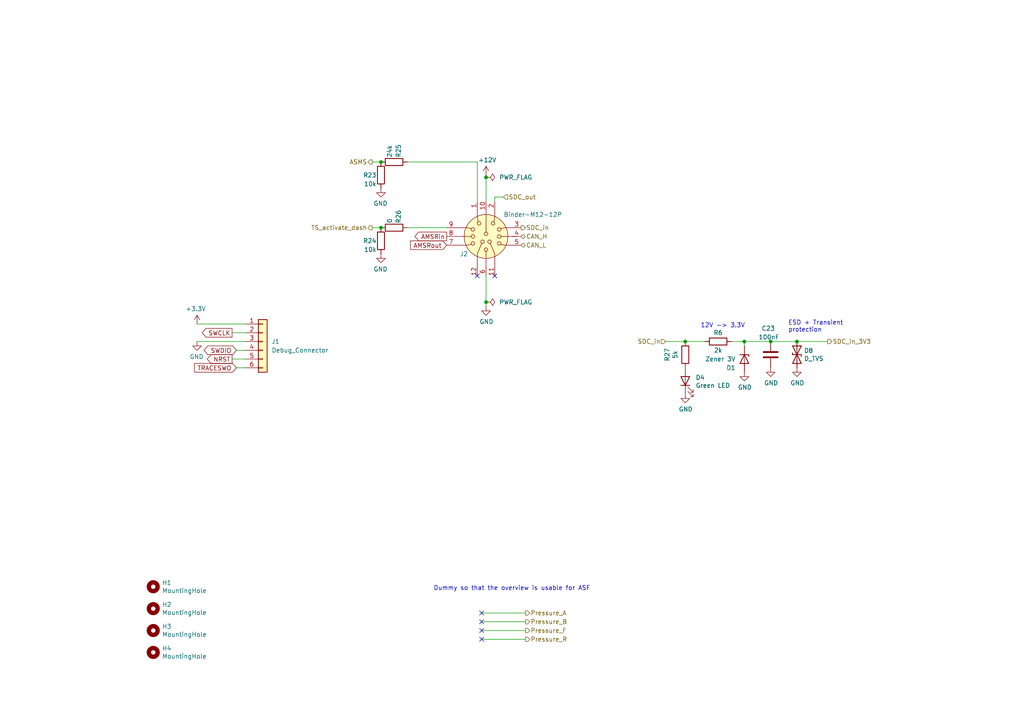
<source format=kicad_sch>
(kicad_sch (version 20211123) (generator eeschema)
  (paper "A4")
  (title_block (title "SDCL - Connections") (date "2021-12-16") (rev "v1.0") (company "FaSTTUBe - Formula Student Team TU Berlin") (comment 1 "Car 113") (comment 2 "EBS Electronics") (comment 3 "Electrical connections: Power, Programming, Buttons, CAN, SDC"))
  (lib_symbols
    (symbol "Connector_Generic:Conn_01x06" (pin_names (offset 1.016) hide)
      (property "Reference" "J" (at 0 7.62 0))
      (property "Value" "Conn_01x06" (at 0 -10.16 0))
      (symbol "Conn_01x06_1_1"
        (rectangle (start -1.27 -7.493) (end 0 -7.747) (stroke (width 0.1524)))
        (rectangle (start -1.27 -4.953) (end 0 -5.207) (stroke (width 0.1524)))
        (rectangle (start -1.27 -2.413) (end 0 -2.667) (stroke (width 0.1524)))
        (rectangle (start -1.27 0.127) (end 0 -0.127) (stroke (width 0.1524)))
        (rectangle (start -1.27 2.667) (end 0 2.413) (stroke (width 0.1524)))
        (rectangle (start -1.27 5.207) (end 0 4.953) (stroke (width 0.1524)))
        (rectangle (start -1.27 6.35) (end 1.27 -8.89) (stroke (width 0.254)) (fill (type background)))
        (pin passive line (at -5.08 5.08 0) (length 3.81) (name "Pin_1") (number "1"))
        (pin passive line (at -5.08 2.54 0) (length 3.81) (name "Pin_2") (number "2"))
        (pin passive line (at -5.08 0 0) (length 3.81) (name "Pin_3") (number "3"))
        (pin passive line (at -5.08 -2.54 0) (length 3.81) (name "Pin_4") (number "4"))
        (pin passive line (at -5.08 -5.08 0) (length 3.81) (name "Pin_5") (number "5"))
        (pin passive line (at -5.08 -7.62 0) (length 3.81) (name "Pin_6") (number "6"))
      )
    )
    (symbol "Custom:Binder-M12-12P" (pin_names (offset 1.016))
      (property "Reference" "J" (at -6.985 -5.715 0))
      (property "Value" "Binder-M12-12P" (at 4.572 6.858 0))
      (symbol "Binder-M12-12P_0_1"
        (circle (center -3.81 2.032) (radius 0.508))
        (circle (center -1.016 -1.524) (radius 0.508))
        (circle (center 0 -3.81) (radius 0.508))
        (polyline (pts (xy -8.89 -2.54) (xy -6.35 -2.54)))
        (polyline (pts (xy -8.89 2.54) (xy -6.35 2.54)))
        (polyline (pts (xy -2.54 -5.08) (xy -2.54 -8.89)))
        (polyline (pts (xy -2.54 6.35) (xy -2.54 7.62)))
        (polyline (pts (xy -1.2446 -1.9558) (xy -2.54 -5.08)))
        (polyline (pts (xy 0 -4.318) (xy 0 -8.89)))
        (polyline (pts (xy 0 2.54) (xy 0 1.27)))
        (polyline (pts (xy 0 2.54) (xy 0 7.62)))
        (polyline (pts (xy 1.2192 -1.9812) (xy 2.54 -5.08)))
        (polyline (pts (xy 2.54 -5.08) (xy 2.54 -8.89)))
        (polyline (pts (xy 2.54 6.35) (xy 2.54 7.62)))
        (polyline (pts (xy 6.35 -2.54) (xy 7.62 -2.54)))
        (polyline (pts (xy 6.35 2.54) (xy 7.62 2.54)))
        (polyline (pts (xy -6.35 2.54) (xy -5.588 2.54) (xy -4.318 2.286)))
        (polyline (pts (xy 6.35 2.54) (xy 5.588 2.54) (xy 4.318 2.286)))
        (circle (center 0 0) (radius 6.35) (fill (type background)))
        (circle (center 0 0.762) (radius 0.508))
        (circle (center 1.016 -1.524) (radius 0.508))
        (circle (center 3.81 2.032) (radius 0.508))
      )
      (symbol "Binder-M12-12P_1_1"
        (circle (center -3.81 -2.032) (radius 0.508))
        (circle (center -3.81 0) (radius 0.508))
        (circle (center -2.032 3.81) (radius 0.508))
        (polyline (pts (xy -4.318 0) (xy -8.89 0)))
        (polyline (pts (xy 4.318 0) (xy 8.89 0)))
        (polyline (pts (xy -6.35 -2.54) (xy -5.588 -2.54) (xy -4.318 -2.286)))
        (polyline (pts (xy -2.54 6.35) (xy -2.54 5.588) (xy -2.286 4.318)))
        (polyline (pts (xy 2.54 6.35) (xy 2.54 5.588) (xy 2.286 4.318)))
        (polyline (pts (xy 6.35 -2.54) (xy 5.588 -2.54) (xy 4.318 -2.286)))
        (circle (center 2.032 3.81) (radius 0.508))
        (circle (center 3.81 -2.032) (radius 0.508))
        (circle (center 3.81 0) (radius 0.508))
        (pin passive line (at -2.54 10.16 270) (length 2.54) (name "~") (number "1"))
        (pin passive line (at 0 10.16 270) (length 2.54) (name "~") (number "10"))
        (pin passive line (at 2.54 -11.43 90) (length 2.54) (name "~") (number "11"))
        (pin passive line (at -2.54 -11.43 90) (length 2.54) (name "~") (number "12"))
        (pin passive line (at 2.54 10.16 270) (length 2.54) (name "~") (number "2"))
        (pin passive line (at 10.16 2.54 180) (length 2.54) (name "~") (number "3"))
        (pin passive line (at 10.16 0 180) (length 2.54) (name "~") (number "4"))
        (pin passive line (at 10.16 -2.54 180) (length 2.54) (name "~") (number "5"))
        (pin passive line (at 0 -11.43 90) (length 2.54) (name "~") (number "6"))
        (pin passive line (at -11.43 -2.54 0) (length 2.54) (name "~") (number "7"))
        (pin passive line (at -11.43 0 0) (length 2.54) (name "~") (number "8"))
        (pin passive line (at -11.43 2.54 0) (length 2.54) (name "~") (number "9"))
      )
    )
    (symbol "Device:C" (pin_numbers hide) (pin_names (offset 0.254))
      (property "Reference" "C" (at 0.635 2.54 0))
      (property "Value" "C" (at 0.635 -2.54 0))
      (symbol "C_0_1"
        (polyline (pts (xy -2.032 -0.762) (xy 2.032 -0.762)) (stroke (width 0.508)))
        (polyline (pts (xy -2.032 0.762) (xy 2.032 0.762)) (stroke (width 0.508)))
      )
      (symbol "C_1_1"
        (pin passive line (at 0 3.81 270) (length 2.794) (name "~") (number "1"))
        (pin passive line (at 0 -3.81 90) (length 2.794) (name "~") (number "2"))
      )
    )
    (symbol "Device:D_TVS" (pin_numbers hide) (pin_names (offset 1.016) hide)
      (property "Reference" "D" (at 0 2.54 0))
      (property "Value" "D_TVS" (at 0 -2.54 0))
      (symbol "D_TVS_0_1"
        (polyline (pts (xy 1.27 0) (xy -1.27 0)))
        (polyline (pts (xy 0.508 1.27) (xy 0 1.27) (xy 0 -1.27) (xy -0.508 -1.27)) (stroke (width 0.254)))
        (polyline (pts (xy -2.54 1.27) (xy -2.54 -1.27) (xy 2.54 1.27) (xy 2.54 -1.27) (xy -2.54 1.27)) (stroke (width 0.254)))
      )
      (symbol "D_TVS_1_1"
        (pin passive line (at -3.81 0 0) (length 2.54) (name "A1") (number "1"))
        (pin passive line (at 3.81 0 180) (length 2.54) (name "A2") (number "2"))
      )
    )
    (symbol "Device:D_Zener" (pin_numbers hide) (pin_names (offset 1.016) hide)
      (property "Reference" "D" (at 0 2.54 0))
      (property "Value" "D_Zener" (at 0 -2.54 0))
      (symbol "D_Zener_0_1"
        (polyline (pts (xy 1.27 0) (xy -1.27 0)))
        (polyline (pts (xy -1.27 -1.27) (xy -1.27 1.27) (xy -0.762 1.27)) (stroke (width 0.254)))
        (polyline (pts (xy 1.27 -1.27) (xy 1.27 1.27) (xy -1.27 0) (xy 1.27 -1.27)) (stroke (width 0.254)))
      )
      (symbol "D_Zener_1_1"
        (pin passive line (at -3.81 0 0) (length 2.54) (name "K") (number "1"))
        (pin passive line (at 3.81 0 180) (length 2.54) (name "A") (number "2"))
      )
    )
    (symbol "Device:LED" (pin_numbers hide) (pin_names (offset 1.016) hide)
      (property "Reference" "D" (at 0 2.54 0))
      (property "Value" "LED" (at 0 -2.54 0))
      (symbol "LED_0_1"
        (polyline (pts (xy -1.27 -1.27) (xy -1.27 1.27)) (stroke (width 0.254)))
        (polyline (pts (xy -1.27 0) (xy 1.27 0)))
        (polyline (pts (xy 1.27 -1.27) (xy 1.27 1.27) (xy -1.27 0) (xy 1.27 -1.27)) (stroke (width 0.254)))
        (polyline (pts (xy -3.048 -0.762) (xy -4.572 -2.286) (xy -3.81 -2.286) (xy -4.572 -2.286) (xy -4.572 -1.524)))
        (polyline (pts (xy -1.778 -0.762) (xy -3.302 -2.286) (xy -2.54 -2.286) (xy -3.302 -2.286) (xy -3.302 -1.524)))
      )
      (symbol "LED_1_1"
        (pin passive line (at -3.81 0 0) (length 2.54) (name "K") (number "1"))
        (pin passive line (at 3.81 0 180) (length 2.54) (name "A") (number "2"))
      )
    )
    (symbol "Device:R" (pin_numbers hide) (pin_names (offset 0))
      (property "Reference" "R" (at 2.032 0 90))
      (property "Value" "R" (at 0 0 90))
      (symbol "R_0_1"
        (rectangle (start -1.016 -2.54) (end 1.016 2.54) (stroke (width 0.254)))
      )
      (symbol "R_1_1"
        (pin passive line (at 0 3.81 270) (length 1.27) (name "~") (number "1"))
        (pin passive line (at 0 -3.81 90) (length 1.27) (name "~") (number "2"))
      )
    )
    (symbol "Mechanical:MountingHole" (pin_names (offset 1.016))
      (property "Reference" "H" (at 0 5.08 0))
      (property "Value" "MountingHole" (at 0 3.175 0))
      (symbol "MountingHole_0_1"
        (circle (center 0 0) (radius 1.27) (stroke (width 1.27)))
      )
    )
    (symbol "power:+12V" (power) (pin_names (offset 0))
      (property "Value" "+12V" (at 0 3.556 0))
      (symbol "+12V_0_1"
        (polyline (pts (xy -0.762 1.27) (xy 0 2.54)))
        (polyline (pts (xy 0 0) (xy 0 2.54)))
        (polyline (pts (xy 0 2.54) (xy 0.762 1.27)))
      )
      (symbol "+12V_1_1"
        (pin power_in line (at 0 0 90) (length 0) hide (name "+12V") (number "1"))
      )
    )
    (symbol "power:+3.3V" (power) (pin_names (offset 0))
      (property "Value" "+3.3V" (at 0 3.556 0))
      (symbol "+3.3V_0_1"
        (polyline (pts (xy -0.762 1.27) (xy 0 2.54)))
        (polyline (pts (xy 0 0) (xy 0 2.54)))
        (polyline (pts (xy 0 2.54) (xy 0.762 1.27)))
      )
      (symbol "+3.3V_1_1"
        (pin power_in line (at 0 0 90) (length 0) hide (name "+3.3V") (number "1"))
      )
    )
    (symbol "power:GND" (power) (pin_names (offset 0))
      (property "Value" "GND" (at 0 -3.81 0))
      (symbol "GND_0_1"
        (polyline (pts (xy 0 0) (xy 0 -1.27) (xy 1.27 -1.27) (xy 0 -2.54) (xy -1.27 -1.27) (xy 0 -1.27)))
      )
      (symbol "GND_1_1"
        (pin power_in line (at 0 0 270) (length 0) hide (name "GND") (number "1"))
      )
    )
    (symbol "power:PWR_FLAG" (power) (pin_numbers hide) (pin_names (offset 0) hide)
      (property "Value" "PWR_FLAG" (at 0 3.81 0))
      (symbol "PWR_FLAG_0_0"
        (pin power_out line (at 0 0 90) (length 0) (name "pwr") (number "1"))
      )
      (symbol "PWR_FLAG_0_1"
        (polyline (pts (xy 0 0) (xy 0 1.27) (xy -1.016 1.905) (xy 0 2.54) (xy 1.016 1.905) (xy 0 1.27)))
      )
    )
  )
  (junction (at 215.9 99.06))
  (junction (at 231.14 99.06))
  (junction (at 110.49 66.04))
  (junction (at 140.97 51.435))
  (junction (at 110.49 46.99))
  (junction (at 198.755 99.06))
  (junction (at 223.52 99.06))
  (junction (at 140.97 87.63))
  (no_connect (at 139.7 185.42))
  (no_connect (at 139.7 180.34))
  (no_connect (at 139.7 177.8))
  (no_connect (at 139.7 182.88))
  (no_connect (at 143.51 80.01))
  (no_connect (at 138.43 80.01))
  (wire (pts (xy 140.97 87.63) (xy 140.97 88.9)))
  (wire (pts (xy 68.58 101.6) (xy 71.12 101.6)))
  (wire (pts (xy 68.58 106.68) (xy 71.12 106.68)))
  (wire (pts (xy 215.9 99.06) (xy 223.52 99.06)))
  (wire (pts (xy 67.31 104.14) (xy 71.12 104.14)))
  (wire (pts (xy 215.9 100.33) (xy 215.9 99.06)))
  (wire (pts (xy 223.52 99.06) (xy 231.14 99.06)))
  (wire (pts (xy 118.11 46.99) (xy 138.43 46.99)))
  (wire (pts (xy 107.95 66.04) (xy 110.49 66.04)))
  (wire (pts (xy 198.755 99.06) (xy 204.47 99.06)))
  (wire (pts (xy 57.15 93.98) (xy 71.12 93.98)))
  (wire (pts (xy 139.7 177.8) (xy 152.4 177.8)))
  (wire (pts (xy 193.04 99.06) (xy 198.755 99.06)))
  (wire (pts (xy 140.97 80.01) (xy 140.97 87.63)))
  (wire (pts (xy 143.51 57.15) (xy 146.05 57.15)))
  (wire (pts (xy 57.15 99.06) (xy 71.12 99.06)))
  (wire (pts (xy 118.11 66.04) (xy 129.54 66.04)))
  (wire (pts (xy 143.51 58.42) (xy 143.51 57.15)))
  (wire (pts (xy 138.43 46.99) (xy 138.43 58.42)))
  (wire (pts (xy 107.95 46.99) (xy 110.49 46.99)))
  (wire (pts (xy 140.97 50.8) (xy 140.97 51.435)))
  (wire (pts (xy 139.7 185.42) (xy 152.4 185.42)))
  (wire (pts (xy 139.7 180.34) (xy 152.4 180.34)))
  (wire (pts (xy 67.31 96.52) (xy 71.12 96.52)))
  (wire (pts (xy 231.14 99.06) (xy 240.03 99.06)))
  (wire (pts (xy 212.09 99.06) (xy 215.9 99.06)))
  (wire (pts (xy 140.97 51.435) (xy 140.97 58.42)))
  (wire (pts (xy 139.7 182.88) (xy 152.4 182.88)))
  (text "Dummy so that the overview is usable for ASF" (at 125.73 171.45 0) (effects (font (size 1.27 1.27)) (justify left bottom)))
  (text "12V -> 3.3V" (at 203.2 95.25 0) (effects (font (size 1.27 1.27)) (justify left bottom)))
  (text "ESD + Transient\nprotection" (at 228.6 96.52 0) (effects (font (size 1.27 1.27)) (justify left bottom)))
  (global_label "AMSRin" (shape output) (at 129.54 68.58 180) (property "Intersheet References" "${INTERSHEET_REFS}" (effects hide)))
  (global_label "AMSRout" (shape input) (at 129.54 71.12 180) (property "Intersheet References" "${INTERSHEET_REFS}" (effects hide)))
  (global_label "TRACESWO" (shape input) (at 68.58 106.68 180) (property "Intersheet References" "${INTERSHEET_REFS}" (effects hide)))
  (global_label "NRST" (shape output) (at 67.31 104.14 180) (property "Intersheet References" "${INTERSHEET_REFS}" (effects hide)))
  (global_label "SWCLK" (shape output) (at 67.31 96.52 180) (property "Intersheet References" "${INTERSHEET_REFS}" (effects hide)))
  (global_label "SWDIO" (shape bidirectional) (at 68.58 101.6 180) (property "Intersheet References" "${INTERSHEET_REFS}" (effects hide)))
  (hierarchical_label "SDC_in_3V3" (shape output) (at 240.03 99.06 0))
  (hierarchical_label "Pressure_R" (shape output) (at 152.4 185.42 0))
  (hierarchical_label "SDC_out" (shape input) (at 146.05 57.15 0))
  (hierarchical_label "TS_activate_dash" (shape output) (at 107.95 66.04 180))
  (hierarchical_label "Pressure_B" (shape output) (at 152.4 180.34 0))
  (hierarchical_label "ASMS" (shape output) (at 107.95 46.99 180))
  (hierarchical_label "SDC_in" (shape output) (at 151.13 66.04 0))
  (hierarchical_label "CAN_H" (shape bidirectional) (at 151.13 68.58 0))
  (hierarchical_label "Pressure_F" (shape output) (at 152.4 182.88 0))
  (hierarchical_label "SDC_in" (shape input) (at 193.04 99.06 180))
  (hierarchical_label "CAN_L" (shape bidirectional) (at 151.13 71.12 0))
  (hierarchical_label "Pressure_A" (shape output) (at 152.4 177.8 0))
  (symbol (lib_id "Device:R") (at 208.28 99.06 90) (mirror x) (unit 1)
    (property "Reference" "R6" (at 208.28 96.52 90))
    (property "Value" "2k" (at 208.28 101.6 90))
    (property "Footprint" "Resistor_SMD:R_0603_1608Metric_Pad0.98x0.95mm_HandSolder" (effects hide))
  )
  (symbol (lib_id "power:GND") (at 215.9 107.95 0) (unit 1)
    (property "Reference" "#PWR0101" (effects hide))
    (property "Value" "GND" (at 216.027 112.3442 0))
  )
  (symbol (lib_id "power:GND") (at 231.14 106.68 0) (unit 1)
    (property "Reference" "#PWR0102" (effects hide))
    (property "Value" "GND" (at 231.267 111.0742 0))
  )
  (symbol (lib_id "Device:C") (at 223.52 102.87 180) (unit 1)
    (property "Reference" "C23" (at 224.79 95.25 0) (effects (justify left)))
    (property "Value" "100nF" (at 226.06 97.79 0) (effects (justify left)))
    (property "Footprint" "Capacitor_SMD:C_0603_1608Metric_Pad1.08x0.95mm_HandSolder" (effects hide))
  )
  (symbol (lib_id "power:GND") (at 223.52 106.68 0) (unit 1)
    (property "Reference" "#PWR0104" (effects hide))
    (property "Value" "GND" (at 223.647 111.0742 0))
  )
  (symbol (lib_id "Device:D_TVS") (at 231.14 102.87 270) (unit 1)
    (property "Reference" "D8" (at 233.172 101.7016 90) (effects (justify left)))
    (property "Value" "D_TVS" (at 233.172 104.013 90) (effects (justify left)))
    (property "Footprint" "Diode_SMD:D_SOD-323_HandSoldering" (effects hide))
  )
  (symbol (lib_id "Mechanical:MountingHole") (at 44.45 170.18 0) (unit 1)
    (property "Reference" "H1" (at 46.99 169.0116 0) (effects (justify left)))
    (property "Value" "MountingHole" (at 46.99 171.323 0) (effects (justify left)))
    (property "Footprint" "MountingHole:MountingHole_3.2mm_M3" (effects hide))
  )
  (symbol (lib_id "Mechanical:MountingHole") (at 44.45 176.53 0) (unit 1)
    (property "Reference" "H2" (at 46.99 175.3616 0) (effects (justify left)))
    (property "Value" "MountingHole" (at 46.99 177.673 0) (effects (justify left)))
    (property "Footprint" "MountingHole:MountingHole_3.2mm_M3" (effects hide))
  )
  (symbol (lib_id "Mechanical:MountingHole") (at 44.45 182.88 0) (unit 1)
    (property "Reference" "H3" (at 46.99 181.7116 0) (effects (justify left)))
    (property "Value" "MountingHole" (at 46.99 184.023 0) (effects (justify left)))
    (property "Footprint" "MountingHole:MountingHole_3.2mm_M3" (effects hide))
  )
  (symbol (lib_id "power:+12V") (at 140.97 50.8 0) (unit 1)
    (property "Reference" "#PWR0106" (effects hide))
    (property "Value" "+12V" (at 141.351 46.4058 0))
  )
  (symbol (lib_id "power:+3.3V") (at 57.15 93.98 0) (mirror y) (unit 1)
    (property "Reference" "#PWR0141" (effects hide))
    (property "Value" "+3.3V" (at 56.769 89.5858 0))
  )
  (symbol (lib_id "power:GND") (at 57.15 99.06 0) (mirror y) (unit 1)
    (property "Reference" "#PWR0164" (effects hide))
    (property "Value" "GND" (at 57.023 103.4542 0))
  )
  (symbol (lib_id "power:GND") (at 140.97 88.9 0) (unit 1)
    (property "Reference" "#PWR0110" (effects hide))
    (property "Value" "GND" (at 141.097 93.2942 0))
  )
  (symbol (lib_id "Custom:Binder-M12-12P") (at 140.97 68.58 0) (unit 1)
    (property "Reference" "J2" (at 133.35 73.66 0) (effects (justify left)))
    (property "Value" "Binder-M12-12P" (at 146.05 62.23 0) (effects (justify left)))
    (property "Footprint" "Custom:Binder_M12-A_12P_Female" (effects hide))
    (property "Datasheet" "http://www.mouser.com/ds/2/18/40_c091_abd_e-75918.pdf" (effects hide))
  )
  (symbol (lib_id "Device:D_Zener") (at 215.9 104.14 270) (unit 1)
    (property "Reference" "D1" (at 213.36 106.68 90) (effects (justify right)))
    (property "Value" "Zener 3V" (at 213.36 104.14 90) (effects (justify right)))
    (property "Footprint" "Diode_SMD:D_SOD-323_HandSoldering" (effects hide))
  )
  (symbol (lib_id "Device:R") (at 198.755 102.87 180) (unit 1)
    (property "Reference" "R27" (at 193.4972 102.87 90))
    (property "Value" "5k" (at 195.8086 102.87 90))
    (property "Footprint" "Resistor_SMD:R_0603_1608Metric_Pad0.98x0.95mm_HandSolder" (effects hide))
  )
  (symbol (lib_id "power:GND") (at 110.49 73.66 0) (mirror y) (unit 1)
    (property "Reference" "#PWR011" (effects hide))
    (property "Value" "GND" (at 110.363 78.0542 0))
  )
  (symbol (lib_id "Device:R") (at 114.3 66.04 270) (mirror x) (unit 1)
    (property "Reference" "R26" (at 115.57 64.77 0) (effects (justify left)))
    (property "Value" "0" (at 113.03 64.77 0) (effects (justify left)))
    (property "Footprint" "Resistor_SMD:R_0603_1608Metric_Pad0.98x0.95mm_HandSolder" (effects hide))
  )
  (symbol (lib_id "Device:LED") (at 198.755 110.49 90) (unit 1)
    (property "Reference" "D4" (at 201.7522 109.4994 90) (effects (justify right)))
    (property "Value" "Green LED" (at 201.7522 111.8108 90) (effects (justify right)))
    (property "Footprint" "Diode_SMD:D_0603_1608Metric_Pad1.05x0.95mm_HandSolder" (effects hide))
  )
  (symbol (lib_id "Device:R") (at 110.49 69.85 0) (mirror y) (unit 1)
    (property "Reference" "R24" (at 109.22 69.85 0) (effects (justify left)))
    (property "Value" "10k" (at 109.22 72.39 0) (effects (justify left)))
    (property "Footprint" "Resistor_SMD:R_0603_1608Metric_Pad0.98x0.95mm_HandSolder" (effects hide))
  )
  (symbol (lib_id "power:PWR_FLAG") (at 140.97 51.435 270) (unit 1)
    (property "Reference" "#FLG0102" (effects hide))
    (property "Value" "PWR_FLAG" (at 144.78 51.4349 90) (effects (justify left)))
  )
  (symbol (lib_id "Mechanical:MountingHole") (at 44.45 189.23 0) (unit 1)
    (property "Reference" "H4" (at 46.99 188.0616 0) (effects (justify left)))
    (property "Value" "MountingHole" (at 46.99 190.373 0) (effects (justify left)))
    (property "Footprint" "MountingHole:MountingHole_3.2mm_M3" (effects hide))
  )
  (symbol (lib_id "Device:R") (at 110.49 50.8 0) (mirror y) (unit 1)
    (property "Reference" "R23" (at 109.22 50.8 0) (effects (justify left)))
    (property "Value" "10k" (at 109.22 53.34 0) (effects (justify left)))
    (property "Footprint" "Resistor_SMD:R_0603_1608Metric_Pad0.98x0.95mm_HandSolder" (effects hide))
  )
  (symbol (lib_id "power:PWR_FLAG") (at 140.97 87.63 270) (unit 1)
    (property "Reference" "#FLG0103" (effects hide))
    (property "Value" "PWR_FLAG" (at 144.78 87.6299 90) (effects (justify left)))
  )
  (symbol (lib_id "power:GND") (at 110.49 54.61 0) (mirror y) (unit 1)
    (property "Reference" "#PWR010" (effects hide))
    (property "Value" "GND" (at 110.363 59.0042 0))
  )
  (symbol (lib_id "Device:R") (at 114.3 46.99 270) (mirror x) (unit 1)
    (property "Reference" "R25" (at 115.57 45.72 0) (effects (justify left)))
    (property "Value" "24k" (at 113.03 45.72 0) (effects (justify left)))
    (property "Footprint" "Resistor_SMD:R_0603_1608Metric_Pad0.98x0.95mm_HandSolder" (effects hide))
  )
  (symbol (lib_id "Connector_Generic:Conn_01x06") (at 76.2 99.06 0) (unit 1)
    (property "Reference" "J1" (at 78.74 99.0599 0) (effects (justify left)))
    (property "Value" "Debug_Connector" (at 78.74 101.5999 0) (effects (justify left)))
    (property "Footprint" "Connector_PinHeader_2.54mm:PinHeader_1x06_P2.54mm_Horizontal" (effects hide))
  )
  (symbol (lib_id "power:GND") (at 198.755 114.3 0) (unit 1)
    (property "Reference" "#PWR012" (effects hide))
    (property "Value" "GND" (at 198.882 118.6942 0))
  )
)
</source>
